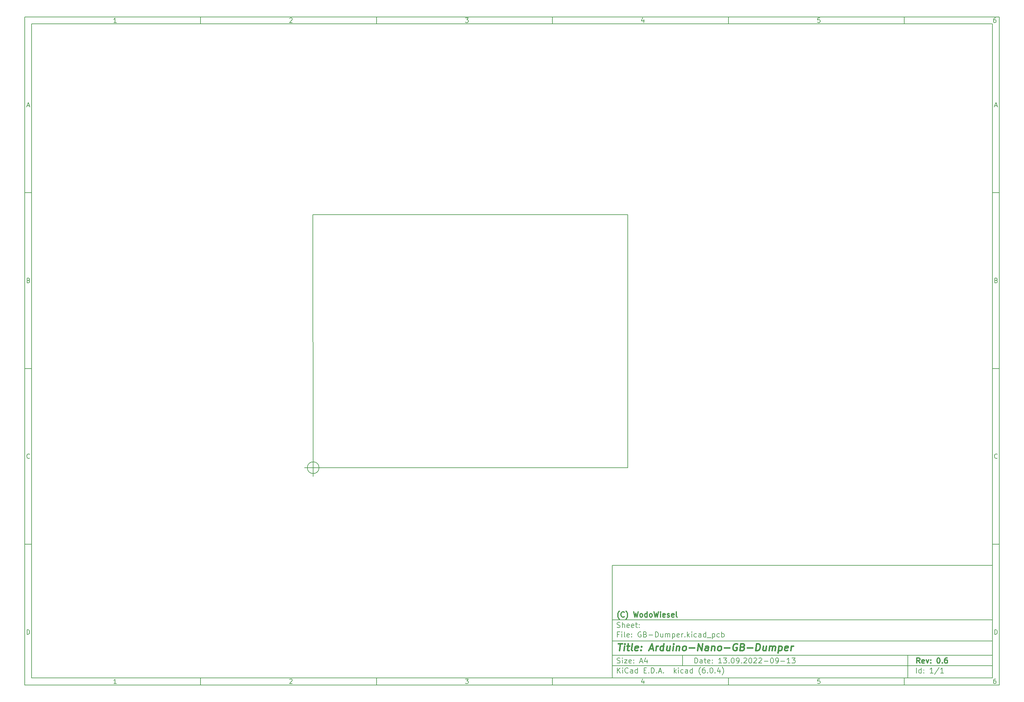
<source format=gbr>
%TF.GenerationSoftware,KiCad,Pcbnew,(6.0.4)*%
%TF.CreationDate,2022-10-03T14:38:54+02:00*%
%TF.ProjectId,GB-Dumper,47422d44-756d-4706-9572-2e6b69636164,0.6*%
%TF.SameCoordinates,PX57bcf00PY83cc3c0*%
%TF.FileFunction,Profile,NP*%
%FSLAX46Y46*%
G04 Gerber Fmt 4.6, Leading zero omitted, Abs format (unit mm)*
G04 Created by KiCad (PCBNEW (6.0.4)) date 2022-10-03 14:38:54*
%MOMM*%
%LPD*%
G01*
G04 APERTURE LIST*
%ADD10C,0.100000*%
%ADD11C,0.150000*%
%ADD12C,0.300000*%
%ADD13C,0.400000*%
%TA.AperFunction,Profile*%
%ADD14C,0.150000*%
%TD*%
G04 APERTURE END LIST*
D10*
D11*
X85002200Y-27807200D02*
X85002200Y-59807200D01*
X193002200Y-59807200D01*
X193002200Y-27807200D01*
X85002200Y-27807200D01*
D10*
D11*
X-82000000Y128200000D02*
X-82000000Y-61807200D01*
X195002200Y-61807200D01*
X195002200Y128200000D01*
X-82000000Y128200000D01*
D10*
D11*
X-80000000Y126200000D02*
X-80000000Y-59807200D01*
X193002200Y-59807200D01*
X193002200Y126200000D01*
X-80000000Y126200000D01*
D10*
D11*
X-32000000Y126200000D02*
X-32000000Y128200000D01*
D10*
D11*
X18000000Y126200000D02*
X18000000Y128200000D01*
D10*
D11*
X68000000Y126200000D02*
X68000000Y128200000D01*
D10*
D11*
X118000000Y126200000D02*
X118000000Y128200000D01*
D10*
D11*
X168000000Y126200000D02*
X168000000Y128200000D01*
D10*
D11*
X-55934524Y126611905D02*
X-56677381Y126611905D01*
X-56305953Y126611905D02*
X-56305953Y127911905D01*
X-56429762Y127726191D01*
X-56553572Y127602381D01*
X-56677381Y127540477D01*
D10*
D11*
X-6677381Y127788096D02*
X-6615477Y127850000D01*
X-6491667Y127911905D01*
X-6182143Y127911905D01*
X-6058334Y127850000D01*
X-5996429Y127788096D01*
X-5934524Y127664286D01*
X-5934524Y127540477D01*
X-5996429Y127354762D01*
X-6739286Y126611905D01*
X-5934524Y126611905D01*
D10*
D11*
X43260714Y127911905D02*
X44065476Y127911905D01*
X43632142Y127416667D01*
X43817857Y127416667D01*
X43941666Y127354762D01*
X44003571Y127292858D01*
X44065476Y127169048D01*
X44065476Y126859524D01*
X44003571Y126735715D01*
X43941666Y126673810D01*
X43817857Y126611905D01*
X43446428Y126611905D01*
X43322619Y126673810D01*
X43260714Y126735715D01*
D10*
D11*
X93941666Y127478572D02*
X93941666Y126611905D01*
X93632142Y127973810D02*
X93322619Y127045239D01*
X94127380Y127045239D01*
D10*
D11*
X144003571Y127911905D02*
X143384523Y127911905D01*
X143322619Y127292858D01*
X143384523Y127354762D01*
X143508333Y127416667D01*
X143817857Y127416667D01*
X143941666Y127354762D01*
X144003571Y127292858D01*
X144065476Y127169048D01*
X144065476Y126859524D01*
X144003571Y126735715D01*
X143941666Y126673810D01*
X143817857Y126611905D01*
X143508333Y126611905D01*
X143384523Y126673810D01*
X143322619Y126735715D01*
D10*
D11*
X193941666Y127911905D02*
X193694047Y127911905D01*
X193570238Y127850000D01*
X193508333Y127788096D01*
X193384523Y127602381D01*
X193322619Y127354762D01*
X193322619Y126859524D01*
X193384523Y126735715D01*
X193446428Y126673810D01*
X193570238Y126611905D01*
X193817857Y126611905D01*
X193941666Y126673810D01*
X194003571Y126735715D01*
X194065476Y126859524D01*
X194065476Y127169048D01*
X194003571Y127292858D01*
X193941666Y127354762D01*
X193817857Y127416667D01*
X193570238Y127416667D01*
X193446428Y127354762D01*
X193384523Y127292858D01*
X193322619Y127169048D01*
D10*
D11*
X-32000000Y-59807200D02*
X-32000000Y-61807200D01*
D10*
D11*
X18000000Y-59807200D02*
X18000000Y-61807200D01*
D10*
D11*
X68000000Y-59807200D02*
X68000000Y-61807200D01*
D10*
D11*
X118000000Y-59807200D02*
X118000000Y-61807200D01*
D10*
D11*
X168000000Y-59807200D02*
X168000000Y-61807200D01*
D10*
D11*
X-55934524Y-61395295D02*
X-56677381Y-61395295D01*
X-56305953Y-61395295D02*
X-56305953Y-60095295D01*
X-56429762Y-60281009D01*
X-56553572Y-60404819D01*
X-56677381Y-60466723D01*
D10*
D11*
X-6677381Y-60219104D02*
X-6615477Y-60157200D01*
X-6491667Y-60095295D01*
X-6182143Y-60095295D01*
X-6058334Y-60157200D01*
X-5996429Y-60219104D01*
X-5934524Y-60342914D01*
X-5934524Y-60466723D01*
X-5996429Y-60652438D01*
X-6739286Y-61395295D01*
X-5934524Y-61395295D01*
D10*
D11*
X43260714Y-60095295D02*
X44065476Y-60095295D01*
X43632142Y-60590533D01*
X43817857Y-60590533D01*
X43941666Y-60652438D01*
X44003571Y-60714342D01*
X44065476Y-60838152D01*
X44065476Y-61147676D01*
X44003571Y-61271485D01*
X43941666Y-61333390D01*
X43817857Y-61395295D01*
X43446428Y-61395295D01*
X43322619Y-61333390D01*
X43260714Y-61271485D01*
D10*
D11*
X93941666Y-60528628D02*
X93941666Y-61395295D01*
X93632142Y-60033390D02*
X93322619Y-60961961D01*
X94127380Y-60961961D01*
D10*
D11*
X144003571Y-60095295D02*
X143384523Y-60095295D01*
X143322619Y-60714342D01*
X143384523Y-60652438D01*
X143508333Y-60590533D01*
X143817857Y-60590533D01*
X143941666Y-60652438D01*
X144003571Y-60714342D01*
X144065476Y-60838152D01*
X144065476Y-61147676D01*
X144003571Y-61271485D01*
X143941666Y-61333390D01*
X143817857Y-61395295D01*
X143508333Y-61395295D01*
X143384523Y-61333390D01*
X143322619Y-61271485D01*
D10*
D11*
X193941666Y-60095295D02*
X193694047Y-60095295D01*
X193570238Y-60157200D01*
X193508333Y-60219104D01*
X193384523Y-60404819D01*
X193322619Y-60652438D01*
X193322619Y-61147676D01*
X193384523Y-61271485D01*
X193446428Y-61333390D01*
X193570238Y-61395295D01*
X193817857Y-61395295D01*
X193941666Y-61333390D01*
X194003571Y-61271485D01*
X194065476Y-61147676D01*
X194065476Y-60838152D01*
X194003571Y-60714342D01*
X193941666Y-60652438D01*
X193817857Y-60590533D01*
X193570238Y-60590533D01*
X193446428Y-60652438D01*
X193384523Y-60714342D01*
X193322619Y-60838152D01*
D10*
D11*
X-82000000Y78200000D02*
X-80000000Y78200000D01*
D10*
D11*
X-82000000Y28200000D02*
X-80000000Y28200000D01*
D10*
D11*
X-82000000Y-21800000D02*
X-80000000Y-21800000D01*
D10*
D11*
X-81309524Y102983334D02*
X-80690477Y102983334D01*
X-81433334Y102611905D02*
X-81000000Y103911905D01*
X-80566667Y102611905D01*
D10*
D11*
X-80907143Y53292858D02*
X-80721429Y53230953D01*
X-80659524Y53169048D01*
X-80597620Y53045239D01*
X-80597620Y52859524D01*
X-80659524Y52735715D01*
X-80721429Y52673810D01*
X-80845239Y52611905D01*
X-81340477Y52611905D01*
X-81340477Y53911905D01*
X-80907143Y53911905D01*
X-80783334Y53850000D01*
X-80721429Y53788096D01*
X-80659524Y53664286D01*
X-80659524Y53540477D01*
X-80721429Y53416667D01*
X-80783334Y53354762D01*
X-80907143Y53292858D01*
X-81340477Y53292858D01*
D10*
D11*
X-80597620Y2735715D02*
X-80659524Y2673810D01*
X-80845239Y2611905D01*
X-80969048Y2611905D01*
X-81154762Y2673810D01*
X-81278572Y2797620D01*
X-81340477Y2921429D01*
X-81402381Y3169048D01*
X-81402381Y3354762D01*
X-81340477Y3602381D01*
X-81278572Y3726191D01*
X-81154762Y3850000D01*
X-80969048Y3911905D01*
X-80845239Y3911905D01*
X-80659524Y3850000D01*
X-80597620Y3788096D01*
D10*
D11*
X-81340477Y-47388095D02*
X-81340477Y-46088095D01*
X-81030953Y-46088095D01*
X-80845239Y-46150000D01*
X-80721429Y-46273809D01*
X-80659524Y-46397619D01*
X-80597620Y-46645238D01*
X-80597620Y-46830952D01*
X-80659524Y-47078571D01*
X-80721429Y-47202380D01*
X-80845239Y-47326190D01*
X-81030953Y-47388095D01*
X-81340477Y-47388095D01*
D10*
D11*
X195002200Y78200000D02*
X193002200Y78200000D01*
D10*
D11*
X195002200Y28200000D02*
X193002200Y28200000D01*
D10*
D11*
X195002200Y-21800000D02*
X193002200Y-21800000D01*
D10*
D11*
X193692676Y102983334D02*
X194311723Y102983334D01*
X193568866Y102611905D02*
X194002200Y103911905D01*
X194435533Y102611905D01*
D10*
D11*
X194095057Y53292858D02*
X194280771Y53230953D01*
X194342676Y53169048D01*
X194404580Y53045239D01*
X194404580Y52859524D01*
X194342676Y52735715D01*
X194280771Y52673810D01*
X194156961Y52611905D01*
X193661723Y52611905D01*
X193661723Y53911905D01*
X194095057Y53911905D01*
X194218866Y53850000D01*
X194280771Y53788096D01*
X194342676Y53664286D01*
X194342676Y53540477D01*
X194280771Y53416667D01*
X194218866Y53354762D01*
X194095057Y53292858D01*
X193661723Y53292858D01*
D10*
D11*
X194404580Y2735715D02*
X194342676Y2673810D01*
X194156961Y2611905D01*
X194033152Y2611905D01*
X193847438Y2673810D01*
X193723628Y2797620D01*
X193661723Y2921429D01*
X193599819Y3169048D01*
X193599819Y3354762D01*
X193661723Y3602381D01*
X193723628Y3726191D01*
X193847438Y3850000D01*
X194033152Y3911905D01*
X194156961Y3911905D01*
X194342676Y3850000D01*
X194404580Y3788096D01*
D10*
D11*
X193661723Y-47388095D02*
X193661723Y-46088095D01*
X193971247Y-46088095D01*
X194156961Y-46150000D01*
X194280771Y-46273809D01*
X194342676Y-46397619D01*
X194404580Y-46645238D01*
X194404580Y-46830952D01*
X194342676Y-47078571D01*
X194280771Y-47202380D01*
X194156961Y-47326190D01*
X193971247Y-47388095D01*
X193661723Y-47388095D01*
D10*
D11*
X108434342Y-55585771D02*
X108434342Y-54085771D01*
X108791485Y-54085771D01*
X109005771Y-54157200D01*
X109148628Y-54300057D01*
X109220057Y-54442914D01*
X109291485Y-54728628D01*
X109291485Y-54942914D01*
X109220057Y-55228628D01*
X109148628Y-55371485D01*
X109005771Y-55514342D01*
X108791485Y-55585771D01*
X108434342Y-55585771D01*
X110577200Y-55585771D02*
X110577200Y-54800057D01*
X110505771Y-54657200D01*
X110362914Y-54585771D01*
X110077200Y-54585771D01*
X109934342Y-54657200D01*
X110577200Y-55514342D02*
X110434342Y-55585771D01*
X110077200Y-55585771D01*
X109934342Y-55514342D01*
X109862914Y-55371485D01*
X109862914Y-55228628D01*
X109934342Y-55085771D01*
X110077200Y-55014342D01*
X110434342Y-55014342D01*
X110577200Y-54942914D01*
X111077200Y-54585771D02*
X111648628Y-54585771D01*
X111291485Y-54085771D02*
X111291485Y-55371485D01*
X111362914Y-55514342D01*
X111505771Y-55585771D01*
X111648628Y-55585771D01*
X112720057Y-55514342D02*
X112577200Y-55585771D01*
X112291485Y-55585771D01*
X112148628Y-55514342D01*
X112077200Y-55371485D01*
X112077200Y-54800057D01*
X112148628Y-54657200D01*
X112291485Y-54585771D01*
X112577200Y-54585771D01*
X112720057Y-54657200D01*
X112791485Y-54800057D01*
X112791485Y-54942914D01*
X112077200Y-55085771D01*
X113434342Y-55442914D02*
X113505771Y-55514342D01*
X113434342Y-55585771D01*
X113362914Y-55514342D01*
X113434342Y-55442914D01*
X113434342Y-55585771D01*
X113434342Y-54657200D02*
X113505771Y-54728628D01*
X113434342Y-54800057D01*
X113362914Y-54728628D01*
X113434342Y-54657200D01*
X113434342Y-54800057D01*
X116077200Y-55585771D02*
X115220057Y-55585771D01*
X115648628Y-55585771D02*
X115648628Y-54085771D01*
X115505771Y-54300057D01*
X115362914Y-54442914D01*
X115220057Y-54514342D01*
X116577200Y-54085771D02*
X117505771Y-54085771D01*
X117005771Y-54657200D01*
X117220057Y-54657200D01*
X117362914Y-54728628D01*
X117434342Y-54800057D01*
X117505771Y-54942914D01*
X117505771Y-55300057D01*
X117434342Y-55442914D01*
X117362914Y-55514342D01*
X117220057Y-55585771D01*
X116791485Y-55585771D01*
X116648628Y-55514342D01*
X116577200Y-55442914D01*
X118148628Y-55442914D02*
X118220057Y-55514342D01*
X118148628Y-55585771D01*
X118077200Y-55514342D01*
X118148628Y-55442914D01*
X118148628Y-55585771D01*
X119148628Y-54085771D02*
X119291485Y-54085771D01*
X119434342Y-54157200D01*
X119505771Y-54228628D01*
X119577200Y-54371485D01*
X119648628Y-54657200D01*
X119648628Y-55014342D01*
X119577200Y-55300057D01*
X119505771Y-55442914D01*
X119434342Y-55514342D01*
X119291485Y-55585771D01*
X119148628Y-55585771D01*
X119005771Y-55514342D01*
X118934342Y-55442914D01*
X118862914Y-55300057D01*
X118791485Y-55014342D01*
X118791485Y-54657200D01*
X118862914Y-54371485D01*
X118934342Y-54228628D01*
X119005771Y-54157200D01*
X119148628Y-54085771D01*
X120362914Y-55585771D02*
X120648628Y-55585771D01*
X120791485Y-55514342D01*
X120862914Y-55442914D01*
X121005771Y-55228628D01*
X121077200Y-54942914D01*
X121077200Y-54371485D01*
X121005771Y-54228628D01*
X120934342Y-54157200D01*
X120791485Y-54085771D01*
X120505771Y-54085771D01*
X120362914Y-54157200D01*
X120291485Y-54228628D01*
X120220057Y-54371485D01*
X120220057Y-54728628D01*
X120291485Y-54871485D01*
X120362914Y-54942914D01*
X120505771Y-55014342D01*
X120791485Y-55014342D01*
X120934342Y-54942914D01*
X121005771Y-54871485D01*
X121077200Y-54728628D01*
X121720057Y-55442914D02*
X121791485Y-55514342D01*
X121720057Y-55585771D01*
X121648628Y-55514342D01*
X121720057Y-55442914D01*
X121720057Y-55585771D01*
X122362914Y-54228628D02*
X122434342Y-54157200D01*
X122577200Y-54085771D01*
X122934342Y-54085771D01*
X123077200Y-54157200D01*
X123148628Y-54228628D01*
X123220057Y-54371485D01*
X123220057Y-54514342D01*
X123148628Y-54728628D01*
X122291485Y-55585771D01*
X123220057Y-55585771D01*
X124148628Y-54085771D02*
X124291485Y-54085771D01*
X124434342Y-54157200D01*
X124505771Y-54228628D01*
X124577200Y-54371485D01*
X124648628Y-54657200D01*
X124648628Y-55014342D01*
X124577200Y-55300057D01*
X124505771Y-55442914D01*
X124434342Y-55514342D01*
X124291485Y-55585771D01*
X124148628Y-55585771D01*
X124005771Y-55514342D01*
X123934342Y-55442914D01*
X123862914Y-55300057D01*
X123791485Y-55014342D01*
X123791485Y-54657200D01*
X123862914Y-54371485D01*
X123934342Y-54228628D01*
X124005771Y-54157200D01*
X124148628Y-54085771D01*
X125220057Y-54228628D02*
X125291485Y-54157200D01*
X125434342Y-54085771D01*
X125791485Y-54085771D01*
X125934342Y-54157200D01*
X126005771Y-54228628D01*
X126077200Y-54371485D01*
X126077200Y-54514342D01*
X126005771Y-54728628D01*
X125148628Y-55585771D01*
X126077200Y-55585771D01*
X126648628Y-54228628D02*
X126720057Y-54157200D01*
X126862914Y-54085771D01*
X127220057Y-54085771D01*
X127362914Y-54157200D01*
X127434342Y-54228628D01*
X127505771Y-54371485D01*
X127505771Y-54514342D01*
X127434342Y-54728628D01*
X126577200Y-55585771D01*
X127505771Y-55585771D01*
X128148628Y-55014342D02*
X129291485Y-55014342D01*
X130291485Y-54085771D02*
X130434342Y-54085771D01*
X130577200Y-54157200D01*
X130648628Y-54228628D01*
X130720057Y-54371485D01*
X130791485Y-54657200D01*
X130791485Y-55014342D01*
X130720057Y-55300057D01*
X130648628Y-55442914D01*
X130577200Y-55514342D01*
X130434342Y-55585771D01*
X130291485Y-55585771D01*
X130148628Y-55514342D01*
X130077200Y-55442914D01*
X130005771Y-55300057D01*
X129934342Y-55014342D01*
X129934342Y-54657200D01*
X130005771Y-54371485D01*
X130077200Y-54228628D01*
X130148628Y-54157200D01*
X130291485Y-54085771D01*
X131505771Y-55585771D02*
X131791485Y-55585771D01*
X131934342Y-55514342D01*
X132005771Y-55442914D01*
X132148628Y-55228628D01*
X132220057Y-54942914D01*
X132220057Y-54371485D01*
X132148628Y-54228628D01*
X132077200Y-54157200D01*
X131934342Y-54085771D01*
X131648628Y-54085771D01*
X131505771Y-54157200D01*
X131434342Y-54228628D01*
X131362914Y-54371485D01*
X131362914Y-54728628D01*
X131434342Y-54871485D01*
X131505771Y-54942914D01*
X131648628Y-55014342D01*
X131934342Y-55014342D01*
X132077200Y-54942914D01*
X132148628Y-54871485D01*
X132220057Y-54728628D01*
X132862914Y-55014342D02*
X134005771Y-55014342D01*
X135505771Y-55585771D02*
X134648628Y-55585771D01*
X135077200Y-55585771D02*
X135077200Y-54085771D01*
X134934342Y-54300057D01*
X134791485Y-54442914D01*
X134648628Y-54514342D01*
X136005771Y-54085771D02*
X136934342Y-54085771D01*
X136434342Y-54657200D01*
X136648628Y-54657200D01*
X136791485Y-54728628D01*
X136862914Y-54800057D01*
X136934342Y-54942914D01*
X136934342Y-55300057D01*
X136862914Y-55442914D01*
X136791485Y-55514342D01*
X136648628Y-55585771D01*
X136220057Y-55585771D01*
X136077200Y-55514342D01*
X136005771Y-55442914D01*
D10*
D11*
X85002200Y-56307200D02*
X193002200Y-56307200D01*
D10*
D11*
X86434342Y-58385771D02*
X86434342Y-56885771D01*
X87291485Y-58385771D02*
X86648628Y-57528628D01*
X87291485Y-56885771D02*
X86434342Y-57742914D01*
X87934342Y-58385771D02*
X87934342Y-57385771D01*
X87934342Y-56885771D02*
X87862914Y-56957200D01*
X87934342Y-57028628D01*
X88005771Y-56957200D01*
X87934342Y-56885771D01*
X87934342Y-57028628D01*
X89505771Y-58242914D02*
X89434342Y-58314342D01*
X89220057Y-58385771D01*
X89077200Y-58385771D01*
X88862914Y-58314342D01*
X88720057Y-58171485D01*
X88648628Y-58028628D01*
X88577200Y-57742914D01*
X88577200Y-57528628D01*
X88648628Y-57242914D01*
X88720057Y-57100057D01*
X88862914Y-56957200D01*
X89077200Y-56885771D01*
X89220057Y-56885771D01*
X89434342Y-56957200D01*
X89505771Y-57028628D01*
X90791485Y-58385771D02*
X90791485Y-57600057D01*
X90720057Y-57457200D01*
X90577200Y-57385771D01*
X90291485Y-57385771D01*
X90148628Y-57457200D01*
X90791485Y-58314342D02*
X90648628Y-58385771D01*
X90291485Y-58385771D01*
X90148628Y-58314342D01*
X90077200Y-58171485D01*
X90077200Y-58028628D01*
X90148628Y-57885771D01*
X90291485Y-57814342D01*
X90648628Y-57814342D01*
X90791485Y-57742914D01*
X92148628Y-58385771D02*
X92148628Y-56885771D01*
X92148628Y-58314342D02*
X92005771Y-58385771D01*
X91720057Y-58385771D01*
X91577200Y-58314342D01*
X91505771Y-58242914D01*
X91434342Y-58100057D01*
X91434342Y-57671485D01*
X91505771Y-57528628D01*
X91577200Y-57457200D01*
X91720057Y-57385771D01*
X92005771Y-57385771D01*
X92148628Y-57457200D01*
X94005771Y-57600057D02*
X94505771Y-57600057D01*
X94720057Y-58385771D02*
X94005771Y-58385771D01*
X94005771Y-56885771D01*
X94720057Y-56885771D01*
X95362914Y-58242914D02*
X95434342Y-58314342D01*
X95362914Y-58385771D01*
X95291485Y-58314342D01*
X95362914Y-58242914D01*
X95362914Y-58385771D01*
X96077200Y-58385771D02*
X96077200Y-56885771D01*
X96434342Y-56885771D01*
X96648628Y-56957200D01*
X96791485Y-57100057D01*
X96862914Y-57242914D01*
X96934342Y-57528628D01*
X96934342Y-57742914D01*
X96862914Y-58028628D01*
X96791485Y-58171485D01*
X96648628Y-58314342D01*
X96434342Y-58385771D01*
X96077200Y-58385771D01*
X97577200Y-58242914D02*
X97648628Y-58314342D01*
X97577200Y-58385771D01*
X97505771Y-58314342D01*
X97577200Y-58242914D01*
X97577200Y-58385771D01*
X98220057Y-57957200D02*
X98934342Y-57957200D01*
X98077200Y-58385771D02*
X98577200Y-56885771D01*
X99077200Y-58385771D01*
X99577200Y-58242914D02*
X99648628Y-58314342D01*
X99577200Y-58385771D01*
X99505771Y-58314342D01*
X99577200Y-58242914D01*
X99577200Y-58385771D01*
X102577200Y-58385771D02*
X102577200Y-56885771D01*
X102720057Y-57814342D02*
X103148628Y-58385771D01*
X103148628Y-57385771D02*
X102577200Y-57957200D01*
X103791485Y-58385771D02*
X103791485Y-57385771D01*
X103791485Y-56885771D02*
X103720057Y-56957200D01*
X103791485Y-57028628D01*
X103862914Y-56957200D01*
X103791485Y-56885771D01*
X103791485Y-57028628D01*
X105148628Y-58314342D02*
X105005771Y-58385771D01*
X104720057Y-58385771D01*
X104577200Y-58314342D01*
X104505771Y-58242914D01*
X104434342Y-58100057D01*
X104434342Y-57671485D01*
X104505771Y-57528628D01*
X104577200Y-57457200D01*
X104720057Y-57385771D01*
X105005771Y-57385771D01*
X105148628Y-57457200D01*
X106434342Y-58385771D02*
X106434342Y-57600057D01*
X106362914Y-57457200D01*
X106220057Y-57385771D01*
X105934342Y-57385771D01*
X105791485Y-57457200D01*
X106434342Y-58314342D02*
X106291485Y-58385771D01*
X105934342Y-58385771D01*
X105791485Y-58314342D01*
X105720057Y-58171485D01*
X105720057Y-58028628D01*
X105791485Y-57885771D01*
X105934342Y-57814342D01*
X106291485Y-57814342D01*
X106434342Y-57742914D01*
X107791485Y-58385771D02*
X107791485Y-56885771D01*
X107791485Y-58314342D02*
X107648628Y-58385771D01*
X107362914Y-58385771D01*
X107220057Y-58314342D01*
X107148628Y-58242914D01*
X107077200Y-58100057D01*
X107077200Y-57671485D01*
X107148628Y-57528628D01*
X107220057Y-57457200D01*
X107362914Y-57385771D01*
X107648628Y-57385771D01*
X107791485Y-57457200D01*
X110077200Y-58957200D02*
X110005771Y-58885771D01*
X109862914Y-58671485D01*
X109791485Y-58528628D01*
X109720057Y-58314342D01*
X109648628Y-57957200D01*
X109648628Y-57671485D01*
X109720057Y-57314342D01*
X109791485Y-57100057D01*
X109862914Y-56957200D01*
X110005771Y-56742914D01*
X110077200Y-56671485D01*
X111291485Y-56885771D02*
X111005771Y-56885771D01*
X110862914Y-56957200D01*
X110791485Y-57028628D01*
X110648628Y-57242914D01*
X110577200Y-57528628D01*
X110577200Y-58100057D01*
X110648628Y-58242914D01*
X110720057Y-58314342D01*
X110862914Y-58385771D01*
X111148628Y-58385771D01*
X111291485Y-58314342D01*
X111362914Y-58242914D01*
X111434342Y-58100057D01*
X111434342Y-57742914D01*
X111362914Y-57600057D01*
X111291485Y-57528628D01*
X111148628Y-57457200D01*
X110862914Y-57457200D01*
X110720057Y-57528628D01*
X110648628Y-57600057D01*
X110577200Y-57742914D01*
X112077200Y-58242914D02*
X112148628Y-58314342D01*
X112077200Y-58385771D01*
X112005771Y-58314342D01*
X112077200Y-58242914D01*
X112077200Y-58385771D01*
X113077200Y-56885771D02*
X113220057Y-56885771D01*
X113362914Y-56957200D01*
X113434342Y-57028628D01*
X113505771Y-57171485D01*
X113577200Y-57457200D01*
X113577200Y-57814342D01*
X113505771Y-58100057D01*
X113434342Y-58242914D01*
X113362914Y-58314342D01*
X113220057Y-58385771D01*
X113077200Y-58385771D01*
X112934342Y-58314342D01*
X112862914Y-58242914D01*
X112791485Y-58100057D01*
X112720057Y-57814342D01*
X112720057Y-57457200D01*
X112791485Y-57171485D01*
X112862914Y-57028628D01*
X112934342Y-56957200D01*
X113077200Y-56885771D01*
X114220057Y-58242914D02*
X114291485Y-58314342D01*
X114220057Y-58385771D01*
X114148628Y-58314342D01*
X114220057Y-58242914D01*
X114220057Y-58385771D01*
X115577200Y-57385771D02*
X115577200Y-58385771D01*
X115220057Y-56814342D02*
X114862914Y-57885771D01*
X115791485Y-57885771D01*
X116220057Y-58957200D02*
X116291485Y-58885771D01*
X116434342Y-58671485D01*
X116505771Y-58528628D01*
X116577200Y-58314342D01*
X116648628Y-57957200D01*
X116648628Y-57671485D01*
X116577200Y-57314342D01*
X116505771Y-57100057D01*
X116434342Y-56957200D01*
X116291485Y-56742914D01*
X116220057Y-56671485D01*
D10*
D11*
X85002200Y-53307200D02*
X193002200Y-53307200D01*
D10*
D12*
X172411485Y-55585771D02*
X171911485Y-54871485D01*
X171554342Y-55585771D02*
X171554342Y-54085771D01*
X172125771Y-54085771D01*
X172268628Y-54157200D01*
X172340057Y-54228628D01*
X172411485Y-54371485D01*
X172411485Y-54585771D01*
X172340057Y-54728628D01*
X172268628Y-54800057D01*
X172125771Y-54871485D01*
X171554342Y-54871485D01*
X173625771Y-55514342D02*
X173482914Y-55585771D01*
X173197200Y-55585771D01*
X173054342Y-55514342D01*
X172982914Y-55371485D01*
X172982914Y-54800057D01*
X173054342Y-54657200D01*
X173197200Y-54585771D01*
X173482914Y-54585771D01*
X173625771Y-54657200D01*
X173697200Y-54800057D01*
X173697200Y-54942914D01*
X172982914Y-55085771D01*
X174197200Y-54585771D02*
X174554342Y-55585771D01*
X174911485Y-54585771D01*
X175482914Y-55442914D02*
X175554342Y-55514342D01*
X175482914Y-55585771D01*
X175411485Y-55514342D01*
X175482914Y-55442914D01*
X175482914Y-55585771D01*
X175482914Y-54657200D02*
X175554342Y-54728628D01*
X175482914Y-54800057D01*
X175411485Y-54728628D01*
X175482914Y-54657200D01*
X175482914Y-54800057D01*
X177625771Y-54085771D02*
X177768628Y-54085771D01*
X177911485Y-54157200D01*
X177982914Y-54228628D01*
X178054342Y-54371485D01*
X178125771Y-54657200D01*
X178125771Y-55014342D01*
X178054342Y-55300057D01*
X177982914Y-55442914D01*
X177911485Y-55514342D01*
X177768628Y-55585771D01*
X177625771Y-55585771D01*
X177482914Y-55514342D01*
X177411485Y-55442914D01*
X177340057Y-55300057D01*
X177268628Y-55014342D01*
X177268628Y-54657200D01*
X177340057Y-54371485D01*
X177411485Y-54228628D01*
X177482914Y-54157200D01*
X177625771Y-54085771D01*
X178768628Y-55442914D02*
X178840057Y-55514342D01*
X178768628Y-55585771D01*
X178697200Y-55514342D01*
X178768628Y-55442914D01*
X178768628Y-55585771D01*
X180125771Y-54085771D02*
X179840057Y-54085771D01*
X179697200Y-54157200D01*
X179625771Y-54228628D01*
X179482914Y-54442914D01*
X179411485Y-54728628D01*
X179411485Y-55300057D01*
X179482914Y-55442914D01*
X179554342Y-55514342D01*
X179697200Y-55585771D01*
X179982914Y-55585771D01*
X180125771Y-55514342D01*
X180197200Y-55442914D01*
X180268628Y-55300057D01*
X180268628Y-54942914D01*
X180197200Y-54800057D01*
X180125771Y-54728628D01*
X179982914Y-54657200D01*
X179697200Y-54657200D01*
X179554342Y-54728628D01*
X179482914Y-54800057D01*
X179411485Y-54942914D01*
D10*
D11*
X86362914Y-55514342D02*
X86577200Y-55585771D01*
X86934342Y-55585771D01*
X87077200Y-55514342D01*
X87148628Y-55442914D01*
X87220057Y-55300057D01*
X87220057Y-55157200D01*
X87148628Y-55014342D01*
X87077200Y-54942914D01*
X86934342Y-54871485D01*
X86648628Y-54800057D01*
X86505771Y-54728628D01*
X86434342Y-54657200D01*
X86362914Y-54514342D01*
X86362914Y-54371485D01*
X86434342Y-54228628D01*
X86505771Y-54157200D01*
X86648628Y-54085771D01*
X87005771Y-54085771D01*
X87220057Y-54157200D01*
X87862914Y-55585771D02*
X87862914Y-54585771D01*
X87862914Y-54085771D02*
X87791485Y-54157200D01*
X87862914Y-54228628D01*
X87934342Y-54157200D01*
X87862914Y-54085771D01*
X87862914Y-54228628D01*
X88434342Y-54585771D02*
X89220057Y-54585771D01*
X88434342Y-55585771D01*
X89220057Y-55585771D01*
X90362914Y-55514342D02*
X90220057Y-55585771D01*
X89934342Y-55585771D01*
X89791485Y-55514342D01*
X89720057Y-55371485D01*
X89720057Y-54800057D01*
X89791485Y-54657200D01*
X89934342Y-54585771D01*
X90220057Y-54585771D01*
X90362914Y-54657200D01*
X90434342Y-54800057D01*
X90434342Y-54942914D01*
X89720057Y-55085771D01*
X91077200Y-55442914D02*
X91148628Y-55514342D01*
X91077200Y-55585771D01*
X91005771Y-55514342D01*
X91077200Y-55442914D01*
X91077200Y-55585771D01*
X91077200Y-54657200D02*
X91148628Y-54728628D01*
X91077200Y-54800057D01*
X91005771Y-54728628D01*
X91077200Y-54657200D01*
X91077200Y-54800057D01*
X92862914Y-55157200D02*
X93577200Y-55157200D01*
X92720057Y-55585771D02*
X93220057Y-54085771D01*
X93720057Y-55585771D01*
X94862914Y-54585771D02*
X94862914Y-55585771D01*
X94505771Y-54014342D02*
X94148628Y-55085771D01*
X95077200Y-55085771D01*
D10*
D11*
X171434342Y-58385771D02*
X171434342Y-56885771D01*
X172791485Y-58385771D02*
X172791485Y-56885771D01*
X172791485Y-58314342D02*
X172648628Y-58385771D01*
X172362914Y-58385771D01*
X172220057Y-58314342D01*
X172148628Y-58242914D01*
X172077200Y-58100057D01*
X172077200Y-57671485D01*
X172148628Y-57528628D01*
X172220057Y-57457200D01*
X172362914Y-57385771D01*
X172648628Y-57385771D01*
X172791485Y-57457200D01*
X173505771Y-58242914D02*
X173577200Y-58314342D01*
X173505771Y-58385771D01*
X173434342Y-58314342D01*
X173505771Y-58242914D01*
X173505771Y-58385771D01*
X173505771Y-57457200D02*
X173577200Y-57528628D01*
X173505771Y-57600057D01*
X173434342Y-57528628D01*
X173505771Y-57457200D01*
X173505771Y-57600057D01*
X176148628Y-58385771D02*
X175291485Y-58385771D01*
X175720057Y-58385771D02*
X175720057Y-56885771D01*
X175577200Y-57100057D01*
X175434342Y-57242914D01*
X175291485Y-57314342D01*
X177862914Y-56814342D02*
X176577200Y-58742914D01*
X179148628Y-58385771D02*
X178291485Y-58385771D01*
X178720057Y-58385771D02*
X178720057Y-56885771D01*
X178577200Y-57100057D01*
X178434342Y-57242914D01*
X178291485Y-57314342D01*
D10*
D11*
X85002200Y-49307200D02*
X193002200Y-49307200D01*
D10*
D13*
X86714580Y-50011961D02*
X87857438Y-50011961D01*
X87036009Y-52011961D02*
X87286009Y-50011961D01*
X88274104Y-52011961D02*
X88440771Y-50678628D01*
X88524104Y-50011961D02*
X88416961Y-50107200D01*
X88500295Y-50202438D01*
X88607438Y-50107200D01*
X88524104Y-50011961D01*
X88500295Y-50202438D01*
X89107438Y-50678628D02*
X89869342Y-50678628D01*
X89476485Y-50011961D02*
X89262200Y-51726247D01*
X89333628Y-51916723D01*
X89512200Y-52011961D01*
X89702676Y-52011961D01*
X90655057Y-52011961D02*
X90476485Y-51916723D01*
X90405057Y-51726247D01*
X90619342Y-50011961D01*
X92190771Y-51916723D02*
X91988390Y-52011961D01*
X91607438Y-52011961D01*
X91428866Y-51916723D01*
X91357438Y-51726247D01*
X91452676Y-50964342D01*
X91571723Y-50773866D01*
X91774104Y-50678628D01*
X92155057Y-50678628D01*
X92333628Y-50773866D01*
X92405057Y-50964342D01*
X92381247Y-51154819D01*
X91405057Y-51345295D01*
X93155057Y-51821485D02*
X93238390Y-51916723D01*
X93131247Y-52011961D01*
X93047914Y-51916723D01*
X93155057Y-51821485D01*
X93131247Y-52011961D01*
X93286009Y-50773866D02*
X93369342Y-50869104D01*
X93262200Y-50964342D01*
X93178866Y-50869104D01*
X93286009Y-50773866D01*
X93262200Y-50964342D01*
X95583628Y-51440533D02*
X96536009Y-51440533D01*
X95321723Y-52011961D02*
X96238390Y-50011961D01*
X96655057Y-52011961D01*
X97321723Y-52011961D02*
X97488390Y-50678628D01*
X97440771Y-51059580D02*
X97559819Y-50869104D01*
X97666961Y-50773866D01*
X97869342Y-50678628D01*
X98059819Y-50678628D01*
X99416961Y-52011961D02*
X99666961Y-50011961D01*
X99428866Y-51916723D02*
X99226485Y-52011961D01*
X98845533Y-52011961D01*
X98666961Y-51916723D01*
X98583628Y-51821485D01*
X98512200Y-51631009D01*
X98583628Y-51059580D01*
X98702676Y-50869104D01*
X98809819Y-50773866D01*
X99012200Y-50678628D01*
X99393152Y-50678628D01*
X99571723Y-50773866D01*
X101393152Y-50678628D02*
X101226485Y-52011961D01*
X100536009Y-50678628D02*
X100405057Y-51726247D01*
X100476485Y-51916723D01*
X100655057Y-52011961D01*
X100940771Y-52011961D01*
X101143152Y-51916723D01*
X101250295Y-51821485D01*
X102178866Y-52011961D02*
X102345533Y-50678628D01*
X102428866Y-50011961D02*
X102321723Y-50107200D01*
X102405057Y-50202438D01*
X102512200Y-50107200D01*
X102428866Y-50011961D01*
X102405057Y-50202438D01*
X103297914Y-50678628D02*
X103131247Y-52011961D01*
X103274104Y-50869104D02*
X103381247Y-50773866D01*
X103583628Y-50678628D01*
X103869342Y-50678628D01*
X104047914Y-50773866D01*
X104119342Y-50964342D01*
X103988390Y-52011961D01*
X105226485Y-52011961D02*
X105047914Y-51916723D01*
X104964580Y-51821485D01*
X104893152Y-51631009D01*
X104964580Y-51059580D01*
X105083628Y-50869104D01*
X105190771Y-50773866D01*
X105393152Y-50678628D01*
X105678866Y-50678628D01*
X105857438Y-50773866D01*
X105940771Y-50869104D01*
X106012200Y-51059580D01*
X105940771Y-51631009D01*
X105821723Y-51821485D01*
X105714580Y-51916723D01*
X105512200Y-52011961D01*
X105226485Y-52011961D01*
X106845533Y-51250057D02*
X108369342Y-51250057D01*
X109226485Y-52011961D02*
X109476485Y-50011961D01*
X110369342Y-52011961D01*
X110619342Y-50011961D01*
X112178866Y-52011961D02*
X112309819Y-50964342D01*
X112238390Y-50773866D01*
X112059819Y-50678628D01*
X111678866Y-50678628D01*
X111476485Y-50773866D01*
X112190771Y-51916723D02*
X111988390Y-52011961D01*
X111512200Y-52011961D01*
X111333628Y-51916723D01*
X111262200Y-51726247D01*
X111286009Y-51535771D01*
X111405057Y-51345295D01*
X111607438Y-51250057D01*
X112083628Y-51250057D01*
X112286009Y-51154819D01*
X113297914Y-50678628D02*
X113131247Y-52011961D01*
X113274104Y-50869104D02*
X113381247Y-50773866D01*
X113583628Y-50678628D01*
X113869342Y-50678628D01*
X114047914Y-50773866D01*
X114119342Y-50964342D01*
X113988390Y-52011961D01*
X115226485Y-52011961D02*
X115047914Y-51916723D01*
X114964580Y-51821485D01*
X114893152Y-51631009D01*
X114964580Y-51059580D01*
X115083628Y-50869104D01*
X115190771Y-50773866D01*
X115393152Y-50678628D01*
X115678866Y-50678628D01*
X115857438Y-50773866D01*
X115940771Y-50869104D01*
X116012200Y-51059580D01*
X115940771Y-51631009D01*
X115821723Y-51821485D01*
X115714580Y-51916723D01*
X115512200Y-52011961D01*
X115226485Y-52011961D01*
X116845533Y-51250057D02*
X118369342Y-51250057D01*
X120512200Y-50107200D02*
X120333628Y-50011961D01*
X120047914Y-50011961D01*
X119750295Y-50107200D01*
X119536009Y-50297676D01*
X119416961Y-50488152D01*
X119274104Y-50869104D01*
X119238390Y-51154819D01*
X119286009Y-51535771D01*
X119357438Y-51726247D01*
X119524104Y-51916723D01*
X119797914Y-52011961D01*
X119988390Y-52011961D01*
X120286009Y-51916723D01*
X120393152Y-51821485D01*
X120476485Y-51154819D01*
X120095533Y-51154819D01*
X122024104Y-50964342D02*
X122297914Y-51059580D01*
X122381247Y-51154819D01*
X122452676Y-51345295D01*
X122416961Y-51631009D01*
X122297914Y-51821485D01*
X122190771Y-51916723D01*
X121988390Y-52011961D01*
X121226485Y-52011961D01*
X121476485Y-50011961D01*
X122143152Y-50011961D01*
X122321723Y-50107200D01*
X122405057Y-50202438D01*
X122476485Y-50392914D01*
X122452676Y-50583390D01*
X122333628Y-50773866D01*
X122226485Y-50869104D01*
X122024104Y-50964342D01*
X121357438Y-50964342D01*
X123321723Y-51250057D02*
X124845533Y-51250057D01*
X125702676Y-52011961D02*
X125952676Y-50011961D01*
X126428866Y-50011961D01*
X126702676Y-50107200D01*
X126869342Y-50297676D01*
X126940771Y-50488152D01*
X126988390Y-50869104D01*
X126952676Y-51154819D01*
X126809819Y-51535771D01*
X126690771Y-51726247D01*
X126476485Y-51916723D01*
X126178866Y-52011961D01*
X125702676Y-52011961D01*
X128726485Y-50678628D02*
X128559819Y-52011961D01*
X127869342Y-50678628D02*
X127738390Y-51726247D01*
X127809819Y-51916723D01*
X127988390Y-52011961D01*
X128274104Y-52011961D01*
X128476485Y-51916723D01*
X128583628Y-51821485D01*
X129512200Y-52011961D02*
X129678866Y-50678628D01*
X129655057Y-50869104D02*
X129762200Y-50773866D01*
X129964580Y-50678628D01*
X130250295Y-50678628D01*
X130428866Y-50773866D01*
X130500295Y-50964342D01*
X130369342Y-52011961D01*
X130500295Y-50964342D02*
X130619342Y-50773866D01*
X130821723Y-50678628D01*
X131107438Y-50678628D01*
X131286009Y-50773866D01*
X131357438Y-50964342D01*
X131226485Y-52011961D01*
X132345533Y-50678628D02*
X132095533Y-52678628D01*
X132333628Y-50773866D02*
X132536009Y-50678628D01*
X132916961Y-50678628D01*
X133095533Y-50773866D01*
X133178866Y-50869104D01*
X133250295Y-51059580D01*
X133178866Y-51631009D01*
X133059819Y-51821485D01*
X132952676Y-51916723D01*
X132750295Y-52011961D01*
X132369342Y-52011961D01*
X132190771Y-51916723D01*
X134762200Y-51916723D02*
X134559819Y-52011961D01*
X134178866Y-52011961D01*
X134000295Y-51916723D01*
X133928866Y-51726247D01*
X134024104Y-50964342D01*
X134143152Y-50773866D01*
X134345533Y-50678628D01*
X134726485Y-50678628D01*
X134905057Y-50773866D01*
X134976485Y-50964342D01*
X134952676Y-51154819D01*
X133976485Y-51345295D01*
X135702676Y-52011961D02*
X135869342Y-50678628D01*
X135821723Y-51059580D02*
X135940771Y-50869104D01*
X136047914Y-50773866D01*
X136250295Y-50678628D01*
X136440771Y-50678628D01*
D10*
D11*
X86934342Y-47400057D02*
X86434342Y-47400057D01*
X86434342Y-48185771D02*
X86434342Y-46685771D01*
X87148628Y-46685771D01*
X87720057Y-48185771D02*
X87720057Y-47185771D01*
X87720057Y-46685771D02*
X87648628Y-46757200D01*
X87720057Y-46828628D01*
X87791485Y-46757200D01*
X87720057Y-46685771D01*
X87720057Y-46828628D01*
X88648628Y-48185771D02*
X88505771Y-48114342D01*
X88434342Y-47971485D01*
X88434342Y-46685771D01*
X89791485Y-48114342D02*
X89648628Y-48185771D01*
X89362914Y-48185771D01*
X89220057Y-48114342D01*
X89148628Y-47971485D01*
X89148628Y-47400057D01*
X89220057Y-47257200D01*
X89362914Y-47185771D01*
X89648628Y-47185771D01*
X89791485Y-47257200D01*
X89862914Y-47400057D01*
X89862914Y-47542914D01*
X89148628Y-47685771D01*
X90505771Y-48042914D02*
X90577200Y-48114342D01*
X90505771Y-48185771D01*
X90434342Y-48114342D01*
X90505771Y-48042914D01*
X90505771Y-48185771D01*
X90505771Y-47257200D02*
X90577200Y-47328628D01*
X90505771Y-47400057D01*
X90434342Y-47328628D01*
X90505771Y-47257200D01*
X90505771Y-47400057D01*
X93148628Y-46757200D02*
X93005771Y-46685771D01*
X92791485Y-46685771D01*
X92577200Y-46757200D01*
X92434342Y-46900057D01*
X92362914Y-47042914D01*
X92291485Y-47328628D01*
X92291485Y-47542914D01*
X92362914Y-47828628D01*
X92434342Y-47971485D01*
X92577200Y-48114342D01*
X92791485Y-48185771D01*
X92934342Y-48185771D01*
X93148628Y-48114342D01*
X93220057Y-48042914D01*
X93220057Y-47542914D01*
X92934342Y-47542914D01*
X94362914Y-47400057D02*
X94577200Y-47471485D01*
X94648628Y-47542914D01*
X94720057Y-47685771D01*
X94720057Y-47900057D01*
X94648628Y-48042914D01*
X94577200Y-48114342D01*
X94434342Y-48185771D01*
X93862914Y-48185771D01*
X93862914Y-46685771D01*
X94362914Y-46685771D01*
X94505771Y-46757200D01*
X94577200Y-46828628D01*
X94648628Y-46971485D01*
X94648628Y-47114342D01*
X94577200Y-47257200D01*
X94505771Y-47328628D01*
X94362914Y-47400057D01*
X93862914Y-47400057D01*
X95362914Y-47614342D02*
X96505771Y-47614342D01*
X97220057Y-48185771D02*
X97220057Y-46685771D01*
X97577200Y-46685771D01*
X97791485Y-46757200D01*
X97934342Y-46900057D01*
X98005771Y-47042914D01*
X98077200Y-47328628D01*
X98077200Y-47542914D01*
X98005771Y-47828628D01*
X97934342Y-47971485D01*
X97791485Y-48114342D01*
X97577200Y-48185771D01*
X97220057Y-48185771D01*
X99362914Y-47185771D02*
X99362914Y-48185771D01*
X98720057Y-47185771D02*
X98720057Y-47971485D01*
X98791485Y-48114342D01*
X98934342Y-48185771D01*
X99148628Y-48185771D01*
X99291485Y-48114342D01*
X99362914Y-48042914D01*
X100077200Y-48185771D02*
X100077200Y-47185771D01*
X100077200Y-47328628D02*
X100148628Y-47257200D01*
X100291485Y-47185771D01*
X100505771Y-47185771D01*
X100648628Y-47257200D01*
X100720057Y-47400057D01*
X100720057Y-48185771D01*
X100720057Y-47400057D02*
X100791485Y-47257200D01*
X100934342Y-47185771D01*
X101148628Y-47185771D01*
X101291485Y-47257200D01*
X101362914Y-47400057D01*
X101362914Y-48185771D01*
X102077200Y-47185771D02*
X102077200Y-48685771D01*
X102077200Y-47257200D02*
X102220057Y-47185771D01*
X102505771Y-47185771D01*
X102648628Y-47257200D01*
X102720057Y-47328628D01*
X102791485Y-47471485D01*
X102791485Y-47900057D01*
X102720057Y-48042914D01*
X102648628Y-48114342D01*
X102505771Y-48185771D01*
X102220057Y-48185771D01*
X102077200Y-48114342D01*
X104005771Y-48114342D02*
X103862914Y-48185771D01*
X103577200Y-48185771D01*
X103434342Y-48114342D01*
X103362914Y-47971485D01*
X103362914Y-47400057D01*
X103434342Y-47257200D01*
X103577200Y-47185771D01*
X103862914Y-47185771D01*
X104005771Y-47257200D01*
X104077200Y-47400057D01*
X104077200Y-47542914D01*
X103362914Y-47685771D01*
X104720057Y-48185771D02*
X104720057Y-47185771D01*
X104720057Y-47471485D02*
X104791485Y-47328628D01*
X104862914Y-47257200D01*
X105005771Y-47185771D01*
X105148628Y-47185771D01*
X105648628Y-48042914D02*
X105720057Y-48114342D01*
X105648628Y-48185771D01*
X105577200Y-48114342D01*
X105648628Y-48042914D01*
X105648628Y-48185771D01*
X106362914Y-48185771D02*
X106362914Y-46685771D01*
X106505771Y-47614342D02*
X106934342Y-48185771D01*
X106934342Y-47185771D02*
X106362914Y-47757200D01*
X107577200Y-48185771D02*
X107577200Y-47185771D01*
X107577200Y-46685771D02*
X107505771Y-46757200D01*
X107577200Y-46828628D01*
X107648628Y-46757200D01*
X107577200Y-46685771D01*
X107577200Y-46828628D01*
X108934342Y-48114342D02*
X108791485Y-48185771D01*
X108505771Y-48185771D01*
X108362914Y-48114342D01*
X108291485Y-48042914D01*
X108220057Y-47900057D01*
X108220057Y-47471485D01*
X108291485Y-47328628D01*
X108362914Y-47257200D01*
X108505771Y-47185771D01*
X108791485Y-47185771D01*
X108934342Y-47257200D01*
X110220057Y-48185771D02*
X110220057Y-47400057D01*
X110148628Y-47257200D01*
X110005771Y-47185771D01*
X109720057Y-47185771D01*
X109577200Y-47257200D01*
X110220057Y-48114342D02*
X110077200Y-48185771D01*
X109720057Y-48185771D01*
X109577200Y-48114342D01*
X109505771Y-47971485D01*
X109505771Y-47828628D01*
X109577200Y-47685771D01*
X109720057Y-47614342D01*
X110077200Y-47614342D01*
X110220057Y-47542914D01*
X111577200Y-48185771D02*
X111577200Y-46685771D01*
X111577200Y-48114342D02*
X111434342Y-48185771D01*
X111148628Y-48185771D01*
X111005771Y-48114342D01*
X110934342Y-48042914D01*
X110862914Y-47900057D01*
X110862914Y-47471485D01*
X110934342Y-47328628D01*
X111005771Y-47257200D01*
X111148628Y-47185771D01*
X111434342Y-47185771D01*
X111577200Y-47257200D01*
X111934342Y-48328628D02*
X113077200Y-48328628D01*
X113434342Y-47185771D02*
X113434342Y-48685771D01*
X113434342Y-47257200D02*
X113577200Y-47185771D01*
X113862914Y-47185771D01*
X114005771Y-47257200D01*
X114077200Y-47328628D01*
X114148628Y-47471485D01*
X114148628Y-47900057D01*
X114077200Y-48042914D01*
X114005771Y-48114342D01*
X113862914Y-48185771D01*
X113577200Y-48185771D01*
X113434342Y-48114342D01*
X115434342Y-48114342D02*
X115291485Y-48185771D01*
X115005771Y-48185771D01*
X114862914Y-48114342D01*
X114791485Y-48042914D01*
X114720057Y-47900057D01*
X114720057Y-47471485D01*
X114791485Y-47328628D01*
X114862914Y-47257200D01*
X115005771Y-47185771D01*
X115291485Y-47185771D01*
X115434342Y-47257200D01*
X116077200Y-48185771D02*
X116077200Y-46685771D01*
X116077200Y-47257200D02*
X116220057Y-47185771D01*
X116505771Y-47185771D01*
X116648628Y-47257200D01*
X116720057Y-47328628D01*
X116791485Y-47471485D01*
X116791485Y-47900057D01*
X116720057Y-48042914D01*
X116648628Y-48114342D01*
X116505771Y-48185771D01*
X116220057Y-48185771D01*
X116077200Y-48114342D01*
D10*
D11*
X85002200Y-43307200D02*
X193002200Y-43307200D01*
D10*
D11*
X86362914Y-45414342D02*
X86577200Y-45485771D01*
X86934342Y-45485771D01*
X87077200Y-45414342D01*
X87148628Y-45342914D01*
X87220057Y-45200057D01*
X87220057Y-45057200D01*
X87148628Y-44914342D01*
X87077200Y-44842914D01*
X86934342Y-44771485D01*
X86648628Y-44700057D01*
X86505771Y-44628628D01*
X86434342Y-44557200D01*
X86362914Y-44414342D01*
X86362914Y-44271485D01*
X86434342Y-44128628D01*
X86505771Y-44057200D01*
X86648628Y-43985771D01*
X87005771Y-43985771D01*
X87220057Y-44057200D01*
X87862914Y-45485771D02*
X87862914Y-43985771D01*
X88505771Y-45485771D02*
X88505771Y-44700057D01*
X88434342Y-44557200D01*
X88291485Y-44485771D01*
X88077200Y-44485771D01*
X87934342Y-44557200D01*
X87862914Y-44628628D01*
X89791485Y-45414342D02*
X89648628Y-45485771D01*
X89362914Y-45485771D01*
X89220057Y-45414342D01*
X89148628Y-45271485D01*
X89148628Y-44700057D01*
X89220057Y-44557200D01*
X89362914Y-44485771D01*
X89648628Y-44485771D01*
X89791485Y-44557200D01*
X89862914Y-44700057D01*
X89862914Y-44842914D01*
X89148628Y-44985771D01*
X91077200Y-45414342D02*
X90934342Y-45485771D01*
X90648628Y-45485771D01*
X90505771Y-45414342D01*
X90434342Y-45271485D01*
X90434342Y-44700057D01*
X90505771Y-44557200D01*
X90648628Y-44485771D01*
X90934342Y-44485771D01*
X91077200Y-44557200D01*
X91148628Y-44700057D01*
X91148628Y-44842914D01*
X90434342Y-44985771D01*
X91577200Y-44485771D02*
X92148628Y-44485771D01*
X91791485Y-43985771D02*
X91791485Y-45271485D01*
X91862914Y-45414342D01*
X92005771Y-45485771D01*
X92148628Y-45485771D01*
X92648628Y-45342914D02*
X92720057Y-45414342D01*
X92648628Y-45485771D01*
X92577200Y-45414342D01*
X92648628Y-45342914D01*
X92648628Y-45485771D01*
X92648628Y-44557200D02*
X92720057Y-44628628D01*
X92648628Y-44700057D01*
X92577200Y-44628628D01*
X92648628Y-44557200D01*
X92648628Y-44700057D01*
D10*
D12*
X86982914Y-43057200D02*
X86911485Y-42985771D01*
X86768628Y-42771485D01*
X86697200Y-42628628D01*
X86625771Y-42414342D01*
X86554342Y-42057200D01*
X86554342Y-41771485D01*
X86625771Y-41414342D01*
X86697200Y-41200057D01*
X86768628Y-41057200D01*
X86911485Y-40842914D01*
X86982914Y-40771485D01*
X88411485Y-42342914D02*
X88340057Y-42414342D01*
X88125771Y-42485771D01*
X87982914Y-42485771D01*
X87768628Y-42414342D01*
X87625771Y-42271485D01*
X87554342Y-42128628D01*
X87482914Y-41842914D01*
X87482914Y-41628628D01*
X87554342Y-41342914D01*
X87625771Y-41200057D01*
X87768628Y-41057200D01*
X87982914Y-40985771D01*
X88125771Y-40985771D01*
X88340057Y-41057200D01*
X88411485Y-41128628D01*
X88911485Y-43057200D02*
X88982914Y-42985771D01*
X89125771Y-42771485D01*
X89197200Y-42628628D01*
X89268628Y-42414342D01*
X89340057Y-42057200D01*
X89340057Y-41771485D01*
X89268628Y-41414342D01*
X89197200Y-41200057D01*
X89125771Y-41057200D01*
X88982914Y-40842914D01*
X88911485Y-40771485D01*
X91054342Y-40985771D02*
X91411485Y-42485771D01*
X91697200Y-41414342D01*
X91982914Y-42485771D01*
X92340057Y-40985771D01*
X93125771Y-42485771D02*
X92982914Y-42414342D01*
X92911485Y-42342914D01*
X92840057Y-42200057D01*
X92840057Y-41771485D01*
X92911485Y-41628628D01*
X92982914Y-41557200D01*
X93125771Y-41485771D01*
X93340057Y-41485771D01*
X93482914Y-41557200D01*
X93554342Y-41628628D01*
X93625771Y-41771485D01*
X93625771Y-42200057D01*
X93554342Y-42342914D01*
X93482914Y-42414342D01*
X93340057Y-42485771D01*
X93125771Y-42485771D01*
X94911485Y-42485771D02*
X94911485Y-40985771D01*
X94911485Y-42414342D02*
X94768628Y-42485771D01*
X94482914Y-42485771D01*
X94340057Y-42414342D01*
X94268628Y-42342914D01*
X94197200Y-42200057D01*
X94197200Y-41771485D01*
X94268628Y-41628628D01*
X94340057Y-41557200D01*
X94482914Y-41485771D01*
X94768628Y-41485771D01*
X94911485Y-41557200D01*
X95840057Y-42485771D02*
X95697200Y-42414342D01*
X95625771Y-42342914D01*
X95554342Y-42200057D01*
X95554342Y-41771485D01*
X95625771Y-41628628D01*
X95697200Y-41557200D01*
X95840057Y-41485771D01*
X96054342Y-41485771D01*
X96197200Y-41557200D01*
X96268628Y-41628628D01*
X96340057Y-41771485D01*
X96340057Y-42200057D01*
X96268628Y-42342914D01*
X96197200Y-42414342D01*
X96054342Y-42485771D01*
X95840057Y-42485771D01*
X96840057Y-40985771D02*
X97197200Y-42485771D01*
X97482914Y-41414342D01*
X97768628Y-42485771D01*
X98125771Y-40985771D01*
X98697200Y-42485771D02*
X98697200Y-41485771D01*
X98697200Y-40985771D02*
X98625771Y-41057200D01*
X98697200Y-41128628D01*
X98768628Y-41057200D01*
X98697200Y-40985771D01*
X98697200Y-41128628D01*
X99982914Y-42414342D02*
X99840057Y-42485771D01*
X99554342Y-42485771D01*
X99411485Y-42414342D01*
X99340057Y-42271485D01*
X99340057Y-41700057D01*
X99411485Y-41557200D01*
X99554342Y-41485771D01*
X99840057Y-41485771D01*
X99982914Y-41557200D01*
X100054342Y-41700057D01*
X100054342Y-41842914D01*
X99340057Y-41985771D01*
X100625771Y-42414342D02*
X100768628Y-42485771D01*
X101054342Y-42485771D01*
X101197200Y-42414342D01*
X101268628Y-42271485D01*
X101268628Y-42200057D01*
X101197200Y-42057200D01*
X101054342Y-41985771D01*
X100840057Y-41985771D01*
X100697200Y-41914342D01*
X100625771Y-41771485D01*
X100625771Y-41700057D01*
X100697200Y-41557200D01*
X100840057Y-41485771D01*
X101054342Y-41485771D01*
X101197200Y-41557200D01*
X102482914Y-42414342D02*
X102340057Y-42485771D01*
X102054342Y-42485771D01*
X101911485Y-42414342D01*
X101840057Y-42271485D01*
X101840057Y-41700057D01*
X101911485Y-41557200D01*
X102054342Y-41485771D01*
X102340057Y-41485771D01*
X102482914Y-41557200D01*
X102554342Y-41700057D01*
X102554342Y-41842914D01*
X101840057Y-41985771D01*
X103411485Y-42485771D02*
X103268628Y-42414342D01*
X103197200Y-42271485D01*
X103197200Y-40985771D01*
D10*
D11*
D10*
D11*
D10*
D11*
D10*
D11*
D10*
D11*
X105002200Y-53307200D02*
X105002200Y-56307200D01*
D10*
D11*
X169002200Y-53307200D02*
X169002200Y-59807200D01*
D14*
X89356000Y72000000D02*
X89356000Y24000D01*
X-100000Y72000000D02*
X89356000Y72000000D01*
X0Y0D02*
X-100000Y72000000D01*
X89356000Y24000D02*
X0Y0D01*
X1666666Y0D02*
G75*
G03*
X1666666Y0I-1666666J0D01*
G01*
X-2500000Y0D02*
X2500000Y0D01*
X0Y2500000D02*
X0Y-2500000D01*
M02*

</source>
